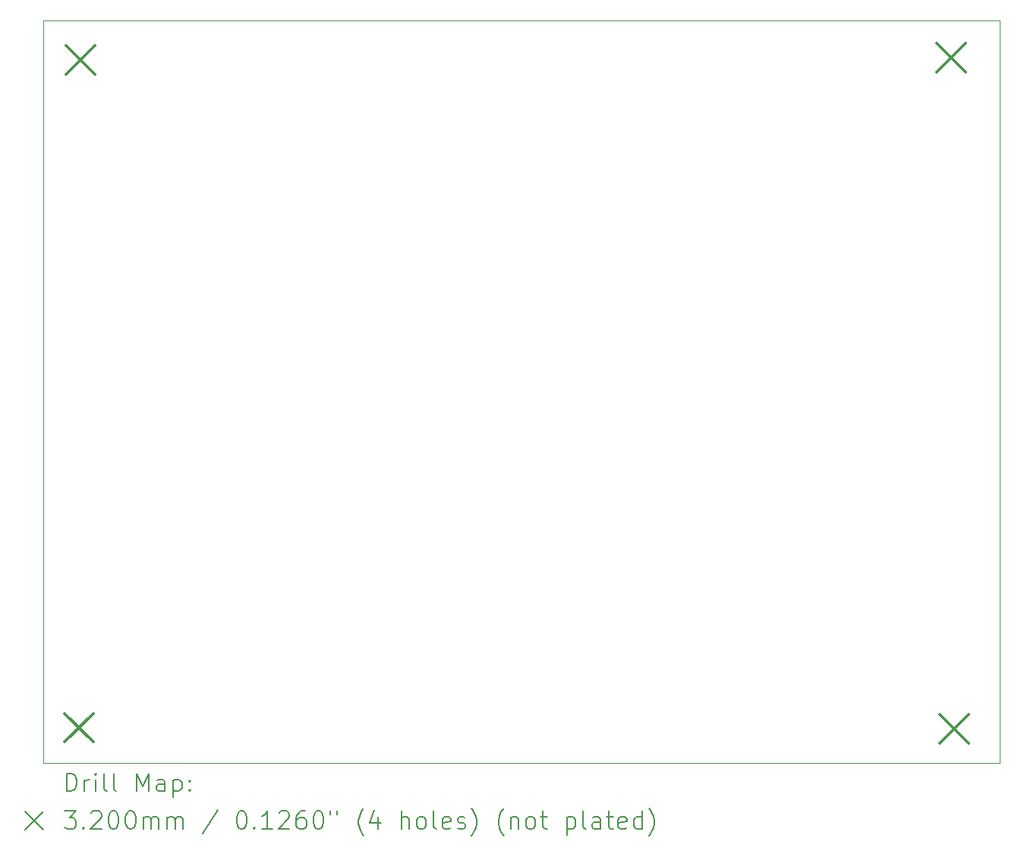
<source format=gbr>
%TF.GenerationSoftware,KiCad,Pcbnew,8.0.8*%
%TF.CreationDate,2025-01-21T20:47:09-05:00*%
%TF.ProjectId,Pit_Droid_Controller,5069745f-4472-46f6-9964-5f436f6e7472,rev?*%
%TF.SameCoordinates,Original*%
%TF.FileFunction,Drillmap*%
%TF.FilePolarity,Positive*%
%FSLAX45Y45*%
G04 Gerber Fmt 4.5, Leading zero omitted, Abs format (unit mm)*
G04 Created by KiCad (PCBNEW 8.0.8) date 2025-01-21 20:47:09*
%MOMM*%
%LPD*%
G01*
G04 APERTURE LIST*
%ADD10C,0.050000*%
%ADD11C,0.200000*%
%ADD12C,0.320000*%
G04 APERTURE END LIST*
D10*
X7366000Y-13589000D02*
X7366000Y-5295601D01*
X18034000Y-13589000D02*
X7366000Y-13589000D01*
X18034000Y-5295600D02*
X18034000Y-13589000D01*
X7366000Y-5295601D02*
X18034000Y-5295600D01*
D11*
D12*
X7604359Y-13034167D02*
X7924359Y-13354167D01*
X7924359Y-13034167D02*
X7604359Y-13354167D01*
X7616044Y-5580435D02*
X7936044Y-5900435D01*
X7936044Y-5580435D02*
X7616044Y-5900435D01*
X17331283Y-5553549D02*
X17651283Y-5873549D01*
X17651283Y-5553549D02*
X17331283Y-5873549D01*
X17366000Y-13048000D02*
X17686000Y-13368000D01*
X17686000Y-13048000D02*
X17366000Y-13368000D01*
D11*
X7624277Y-13902984D02*
X7624277Y-13702984D01*
X7624277Y-13702984D02*
X7671896Y-13702984D01*
X7671896Y-13702984D02*
X7700467Y-13712508D01*
X7700467Y-13712508D02*
X7719515Y-13731555D01*
X7719515Y-13731555D02*
X7729039Y-13750603D01*
X7729039Y-13750603D02*
X7738562Y-13788698D01*
X7738562Y-13788698D02*
X7738562Y-13817269D01*
X7738562Y-13817269D02*
X7729039Y-13855365D01*
X7729039Y-13855365D02*
X7719515Y-13874412D01*
X7719515Y-13874412D02*
X7700467Y-13893460D01*
X7700467Y-13893460D02*
X7671896Y-13902984D01*
X7671896Y-13902984D02*
X7624277Y-13902984D01*
X7824277Y-13902984D02*
X7824277Y-13769650D01*
X7824277Y-13807746D02*
X7833801Y-13788698D01*
X7833801Y-13788698D02*
X7843324Y-13779174D01*
X7843324Y-13779174D02*
X7862372Y-13769650D01*
X7862372Y-13769650D02*
X7881420Y-13769650D01*
X7948086Y-13902984D02*
X7948086Y-13769650D01*
X7948086Y-13702984D02*
X7938562Y-13712508D01*
X7938562Y-13712508D02*
X7948086Y-13722031D01*
X7948086Y-13722031D02*
X7957610Y-13712508D01*
X7957610Y-13712508D02*
X7948086Y-13702984D01*
X7948086Y-13702984D02*
X7948086Y-13722031D01*
X8071896Y-13902984D02*
X8052848Y-13893460D01*
X8052848Y-13893460D02*
X8043324Y-13874412D01*
X8043324Y-13874412D02*
X8043324Y-13702984D01*
X8176658Y-13902984D02*
X8157610Y-13893460D01*
X8157610Y-13893460D02*
X8148086Y-13874412D01*
X8148086Y-13874412D02*
X8148086Y-13702984D01*
X8405229Y-13902984D02*
X8405229Y-13702984D01*
X8405229Y-13702984D02*
X8471896Y-13845841D01*
X8471896Y-13845841D02*
X8538563Y-13702984D01*
X8538563Y-13702984D02*
X8538563Y-13902984D01*
X8719515Y-13902984D02*
X8719515Y-13798222D01*
X8719515Y-13798222D02*
X8709991Y-13779174D01*
X8709991Y-13779174D02*
X8690944Y-13769650D01*
X8690944Y-13769650D02*
X8652848Y-13769650D01*
X8652848Y-13769650D02*
X8633801Y-13779174D01*
X8719515Y-13893460D02*
X8700467Y-13902984D01*
X8700467Y-13902984D02*
X8652848Y-13902984D01*
X8652848Y-13902984D02*
X8633801Y-13893460D01*
X8633801Y-13893460D02*
X8624277Y-13874412D01*
X8624277Y-13874412D02*
X8624277Y-13855365D01*
X8624277Y-13855365D02*
X8633801Y-13836317D01*
X8633801Y-13836317D02*
X8652848Y-13826793D01*
X8652848Y-13826793D02*
X8700467Y-13826793D01*
X8700467Y-13826793D02*
X8719515Y-13817269D01*
X8814753Y-13769650D02*
X8814753Y-13969650D01*
X8814753Y-13779174D02*
X8833801Y-13769650D01*
X8833801Y-13769650D02*
X8871896Y-13769650D01*
X8871896Y-13769650D02*
X8890944Y-13779174D01*
X8890944Y-13779174D02*
X8900467Y-13788698D01*
X8900467Y-13788698D02*
X8909991Y-13807746D01*
X8909991Y-13807746D02*
X8909991Y-13864888D01*
X8909991Y-13864888D02*
X8900467Y-13883936D01*
X8900467Y-13883936D02*
X8890944Y-13893460D01*
X8890944Y-13893460D02*
X8871896Y-13902984D01*
X8871896Y-13902984D02*
X8833801Y-13902984D01*
X8833801Y-13902984D02*
X8814753Y-13893460D01*
X8995705Y-13883936D02*
X9005229Y-13893460D01*
X9005229Y-13893460D02*
X8995705Y-13902984D01*
X8995705Y-13902984D02*
X8986182Y-13893460D01*
X8986182Y-13893460D02*
X8995705Y-13883936D01*
X8995705Y-13883936D02*
X8995705Y-13902984D01*
X8995705Y-13779174D02*
X9005229Y-13788698D01*
X9005229Y-13788698D02*
X8995705Y-13798222D01*
X8995705Y-13798222D02*
X8986182Y-13788698D01*
X8986182Y-13788698D02*
X8995705Y-13779174D01*
X8995705Y-13779174D02*
X8995705Y-13798222D01*
X7163500Y-14131500D02*
X7363500Y-14331500D01*
X7363500Y-14131500D02*
X7163500Y-14331500D01*
X7605229Y-14122984D02*
X7729039Y-14122984D01*
X7729039Y-14122984D02*
X7662372Y-14199174D01*
X7662372Y-14199174D02*
X7690943Y-14199174D01*
X7690943Y-14199174D02*
X7709991Y-14208698D01*
X7709991Y-14208698D02*
X7719515Y-14218222D01*
X7719515Y-14218222D02*
X7729039Y-14237269D01*
X7729039Y-14237269D02*
X7729039Y-14284888D01*
X7729039Y-14284888D02*
X7719515Y-14303936D01*
X7719515Y-14303936D02*
X7709991Y-14313460D01*
X7709991Y-14313460D02*
X7690943Y-14322984D01*
X7690943Y-14322984D02*
X7633801Y-14322984D01*
X7633801Y-14322984D02*
X7614753Y-14313460D01*
X7614753Y-14313460D02*
X7605229Y-14303936D01*
X7814753Y-14303936D02*
X7824277Y-14313460D01*
X7824277Y-14313460D02*
X7814753Y-14322984D01*
X7814753Y-14322984D02*
X7805229Y-14313460D01*
X7805229Y-14313460D02*
X7814753Y-14303936D01*
X7814753Y-14303936D02*
X7814753Y-14322984D01*
X7900467Y-14142031D02*
X7909991Y-14132508D01*
X7909991Y-14132508D02*
X7929039Y-14122984D01*
X7929039Y-14122984D02*
X7976658Y-14122984D01*
X7976658Y-14122984D02*
X7995705Y-14132508D01*
X7995705Y-14132508D02*
X8005229Y-14142031D01*
X8005229Y-14142031D02*
X8014753Y-14161079D01*
X8014753Y-14161079D02*
X8014753Y-14180127D01*
X8014753Y-14180127D02*
X8005229Y-14208698D01*
X8005229Y-14208698D02*
X7890943Y-14322984D01*
X7890943Y-14322984D02*
X8014753Y-14322984D01*
X8138562Y-14122984D02*
X8157610Y-14122984D01*
X8157610Y-14122984D02*
X8176658Y-14132508D01*
X8176658Y-14132508D02*
X8186182Y-14142031D01*
X8186182Y-14142031D02*
X8195705Y-14161079D01*
X8195705Y-14161079D02*
X8205229Y-14199174D01*
X8205229Y-14199174D02*
X8205229Y-14246793D01*
X8205229Y-14246793D02*
X8195705Y-14284888D01*
X8195705Y-14284888D02*
X8186182Y-14303936D01*
X8186182Y-14303936D02*
X8176658Y-14313460D01*
X8176658Y-14313460D02*
X8157610Y-14322984D01*
X8157610Y-14322984D02*
X8138562Y-14322984D01*
X8138562Y-14322984D02*
X8119515Y-14313460D01*
X8119515Y-14313460D02*
X8109991Y-14303936D01*
X8109991Y-14303936D02*
X8100467Y-14284888D01*
X8100467Y-14284888D02*
X8090943Y-14246793D01*
X8090943Y-14246793D02*
X8090943Y-14199174D01*
X8090943Y-14199174D02*
X8100467Y-14161079D01*
X8100467Y-14161079D02*
X8109991Y-14142031D01*
X8109991Y-14142031D02*
X8119515Y-14132508D01*
X8119515Y-14132508D02*
X8138562Y-14122984D01*
X8329039Y-14122984D02*
X8348086Y-14122984D01*
X8348086Y-14122984D02*
X8367134Y-14132508D01*
X8367134Y-14132508D02*
X8376658Y-14142031D01*
X8376658Y-14142031D02*
X8386182Y-14161079D01*
X8386182Y-14161079D02*
X8395705Y-14199174D01*
X8395705Y-14199174D02*
X8395705Y-14246793D01*
X8395705Y-14246793D02*
X8386182Y-14284888D01*
X8386182Y-14284888D02*
X8376658Y-14303936D01*
X8376658Y-14303936D02*
X8367134Y-14313460D01*
X8367134Y-14313460D02*
X8348086Y-14322984D01*
X8348086Y-14322984D02*
X8329039Y-14322984D01*
X8329039Y-14322984D02*
X8309991Y-14313460D01*
X8309991Y-14313460D02*
X8300467Y-14303936D01*
X8300467Y-14303936D02*
X8290943Y-14284888D01*
X8290943Y-14284888D02*
X8281420Y-14246793D01*
X8281420Y-14246793D02*
X8281420Y-14199174D01*
X8281420Y-14199174D02*
X8290943Y-14161079D01*
X8290943Y-14161079D02*
X8300467Y-14142031D01*
X8300467Y-14142031D02*
X8309991Y-14132508D01*
X8309991Y-14132508D02*
X8329039Y-14122984D01*
X8481420Y-14322984D02*
X8481420Y-14189650D01*
X8481420Y-14208698D02*
X8490944Y-14199174D01*
X8490944Y-14199174D02*
X8509991Y-14189650D01*
X8509991Y-14189650D02*
X8538563Y-14189650D01*
X8538563Y-14189650D02*
X8557610Y-14199174D01*
X8557610Y-14199174D02*
X8567134Y-14218222D01*
X8567134Y-14218222D02*
X8567134Y-14322984D01*
X8567134Y-14218222D02*
X8576658Y-14199174D01*
X8576658Y-14199174D02*
X8595705Y-14189650D01*
X8595705Y-14189650D02*
X8624277Y-14189650D01*
X8624277Y-14189650D02*
X8643325Y-14199174D01*
X8643325Y-14199174D02*
X8652848Y-14218222D01*
X8652848Y-14218222D02*
X8652848Y-14322984D01*
X8748086Y-14322984D02*
X8748086Y-14189650D01*
X8748086Y-14208698D02*
X8757610Y-14199174D01*
X8757610Y-14199174D02*
X8776658Y-14189650D01*
X8776658Y-14189650D02*
X8805229Y-14189650D01*
X8805229Y-14189650D02*
X8824277Y-14199174D01*
X8824277Y-14199174D02*
X8833801Y-14218222D01*
X8833801Y-14218222D02*
X8833801Y-14322984D01*
X8833801Y-14218222D02*
X8843325Y-14199174D01*
X8843325Y-14199174D02*
X8862372Y-14189650D01*
X8862372Y-14189650D02*
X8890944Y-14189650D01*
X8890944Y-14189650D02*
X8909991Y-14199174D01*
X8909991Y-14199174D02*
X8919515Y-14218222D01*
X8919515Y-14218222D02*
X8919515Y-14322984D01*
X9309991Y-14113460D02*
X9138563Y-14370603D01*
X9567134Y-14122984D02*
X9586182Y-14122984D01*
X9586182Y-14122984D02*
X9605229Y-14132508D01*
X9605229Y-14132508D02*
X9614753Y-14142031D01*
X9614753Y-14142031D02*
X9624277Y-14161079D01*
X9624277Y-14161079D02*
X9633801Y-14199174D01*
X9633801Y-14199174D02*
X9633801Y-14246793D01*
X9633801Y-14246793D02*
X9624277Y-14284888D01*
X9624277Y-14284888D02*
X9614753Y-14303936D01*
X9614753Y-14303936D02*
X9605229Y-14313460D01*
X9605229Y-14313460D02*
X9586182Y-14322984D01*
X9586182Y-14322984D02*
X9567134Y-14322984D01*
X9567134Y-14322984D02*
X9548087Y-14313460D01*
X9548087Y-14313460D02*
X9538563Y-14303936D01*
X9538563Y-14303936D02*
X9529039Y-14284888D01*
X9529039Y-14284888D02*
X9519515Y-14246793D01*
X9519515Y-14246793D02*
X9519515Y-14199174D01*
X9519515Y-14199174D02*
X9529039Y-14161079D01*
X9529039Y-14161079D02*
X9538563Y-14142031D01*
X9538563Y-14142031D02*
X9548087Y-14132508D01*
X9548087Y-14132508D02*
X9567134Y-14122984D01*
X9719515Y-14303936D02*
X9729039Y-14313460D01*
X9729039Y-14313460D02*
X9719515Y-14322984D01*
X9719515Y-14322984D02*
X9709991Y-14313460D01*
X9709991Y-14313460D02*
X9719515Y-14303936D01*
X9719515Y-14303936D02*
X9719515Y-14322984D01*
X9919515Y-14322984D02*
X9805229Y-14322984D01*
X9862372Y-14322984D02*
X9862372Y-14122984D01*
X9862372Y-14122984D02*
X9843325Y-14151555D01*
X9843325Y-14151555D02*
X9824277Y-14170603D01*
X9824277Y-14170603D02*
X9805229Y-14180127D01*
X9995706Y-14142031D02*
X10005229Y-14132508D01*
X10005229Y-14132508D02*
X10024277Y-14122984D01*
X10024277Y-14122984D02*
X10071896Y-14122984D01*
X10071896Y-14122984D02*
X10090944Y-14132508D01*
X10090944Y-14132508D02*
X10100468Y-14142031D01*
X10100468Y-14142031D02*
X10109991Y-14161079D01*
X10109991Y-14161079D02*
X10109991Y-14180127D01*
X10109991Y-14180127D02*
X10100468Y-14208698D01*
X10100468Y-14208698D02*
X9986182Y-14322984D01*
X9986182Y-14322984D02*
X10109991Y-14322984D01*
X10281420Y-14122984D02*
X10243325Y-14122984D01*
X10243325Y-14122984D02*
X10224277Y-14132508D01*
X10224277Y-14132508D02*
X10214753Y-14142031D01*
X10214753Y-14142031D02*
X10195706Y-14170603D01*
X10195706Y-14170603D02*
X10186182Y-14208698D01*
X10186182Y-14208698D02*
X10186182Y-14284888D01*
X10186182Y-14284888D02*
X10195706Y-14303936D01*
X10195706Y-14303936D02*
X10205229Y-14313460D01*
X10205229Y-14313460D02*
X10224277Y-14322984D01*
X10224277Y-14322984D02*
X10262372Y-14322984D01*
X10262372Y-14322984D02*
X10281420Y-14313460D01*
X10281420Y-14313460D02*
X10290944Y-14303936D01*
X10290944Y-14303936D02*
X10300468Y-14284888D01*
X10300468Y-14284888D02*
X10300468Y-14237269D01*
X10300468Y-14237269D02*
X10290944Y-14218222D01*
X10290944Y-14218222D02*
X10281420Y-14208698D01*
X10281420Y-14208698D02*
X10262372Y-14199174D01*
X10262372Y-14199174D02*
X10224277Y-14199174D01*
X10224277Y-14199174D02*
X10205229Y-14208698D01*
X10205229Y-14208698D02*
X10195706Y-14218222D01*
X10195706Y-14218222D02*
X10186182Y-14237269D01*
X10424277Y-14122984D02*
X10443325Y-14122984D01*
X10443325Y-14122984D02*
X10462372Y-14132508D01*
X10462372Y-14132508D02*
X10471896Y-14142031D01*
X10471896Y-14142031D02*
X10481420Y-14161079D01*
X10481420Y-14161079D02*
X10490944Y-14199174D01*
X10490944Y-14199174D02*
X10490944Y-14246793D01*
X10490944Y-14246793D02*
X10481420Y-14284888D01*
X10481420Y-14284888D02*
X10471896Y-14303936D01*
X10471896Y-14303936D02*
X10462372Y-14313460D01*
X10462372Y-14313460D02*
X10443325Y-14322984D01*
X10443325Y-14322984D02*
X10424277Y-14322984D01*
X10424277Y-14322984D02*
X10405229Y-14313460D01*
X10405229Y-14313460D02*
X10395706Y-14303936D01*
X10395706Y-14303936D02*
X10386182Y-14284888D01*
X10386182Y-14284888D02*
X10376658Y-14246793D01*
X10376658Y-14246793D02*
X10376658Y-14199174D01*
X10376658Y-14199174D02*
X10386182Y-14161079D01*
X10386182Y-14161079D02*
X10395706Y-14142031D01*
X10395706Y-14142031D02*
X10405229Y-14132508D01*
X10405229Y-14132508D02*
X10424277Y-14122984D01*
X10567134Y-14122984D02*
X10567134Y-14161079D01*
X10643325Y-14122984D02*
X10643325Y-14161079D01*
X10938563Y-14399174D02*
X10929039Y-14389650D01*
X10929039Y-14389650D02*
X10909991Y-14361079D01*
X10909991Y-14361079D02*
X10900468Y-14342031D01*
X10900468Y-14342031D02*
X10890944Y-14313460D01*
X10890944Y-14313460D02*
X10881420Y-14265841D01*
X10881420Y-14265841D02*
X10881420Y-14227746D01*
X10881420Y-14227746D02*
X10890944Y-14180127D01*
X10890944Y-14180127D02*
X10900468Y-14151555D01*
X10900468Y-14151555D02*
X10909991Y-14132508D01*
X10909991Y-14132508D02*
X10929039Y-14103936D01*
X10929039Y-14103936D02*
X10938563Y-14094412D01*
X11100468Y-14189650D02*
X11100468Y-14322984D01*
X11052849Y-14113460D02*
X11005230Y-14256317D01*
X11005230Y-14256317D02*
X11129039Y-14256317D01*
X11357610Y-14322984D02*
X11357610Y-14122984D01*
X11443325Y-14322984D02*
X11443325Y-14218222D01*
X11443325Y-14218222D02*
X11433801Y-14199174D01*
X11433801Y-14199174D02*
X11414753Y-14189650D01*
X11414753Y-14189650D02*
X11386182Y-14189650D01*
X11386182Y-14189650D02*
X11367134Y-14199174D01*
X11367134Y-14199174D02*
X11357610Y-14208698D01*
X11567134Y-14322984D02*
X11548087Y-14313460D01*
X11548087Y-14313460D02*
X11538563Y-14303936D01*
X11538563Y-14303936D02*
X11529039Y-14284888D01*
X11529039Y-14284888D02*
X11529039Y-14227746D01*
X11529039Y-14227746D02*
X11538563Y-14208698D01*
X11538563Y-14208698D02*
X11548087Y-14199174D01*
X11548087Y-14199174D02*
X11567134Y-14189650D01*
X11567134Y-14189650D02*
X11595706Y-14189650D01*
X11595706Y-14189650D02*
X11614753Y-14199174D01*
X11614753Y-14199174D02*
X11624277Y-14208698D01*
X11624277Y-14208698D02*
X11633801Y-14227746D01*
X11633801Y-14227746D02*
X11633801Y-14284888D01*
X11633801Y-14284888D02*
X11624277Y-14303936D01*
X11624277Y-14303936D02*
X11614753Y-14313460D01*
X11614753Y-14313460D02*
X11595706Y-14322984D01*
X11595706Y-14322984D02*
X11567134Y-14322984D01*
X11748087Y-14322984D02*
X11729039Y-14313460D01*
X11729039Y-14313460D02*
X11719515Y-14294412D01*
X11719515Y-14294412D02*
X11719515Y-14122984D01*
X11900468Y-14313460D02*
X11881420Y-14322984D01*
X11881420Y-14322984D02*
X11843325Y-14322984D01*
X11843325Y-14322984D02*
X11824277Y-14313460D01*
X11824277Y-14313460D02*
X11814753Y-14294412D01*
X11814753Y-14294412D02*
X11814753Y-14218222D01*
X11814753Y-14218222D02*
X11824277Y-14199174D01*
X11824277Y-14199174D02*
X11843325Y-14189650D01*
X11843325Y-14189650D02*
X11881420Y-14189650D01*
X11881420Y-14189650D02*
X11900468Y-14199174D01*
X11900468Y-14199174D02*
X11909991Y-14218222D01*
X11909991Y-14218222D02*
X11909991Y-14237269D01*
X11909991Y-14237269D02*
X11814753Y-14256317D01*
X11986182Y-14313460D02*
X12005230Y-14322984D01*
X12005230Y-14322984D02*
X12043325Y-14322984D01*
X12043325Y-14322984D02*
X12062372Y-14313460D01*
X12062372Y-14313460D02*
X12071896Y-14294412D01*
X12071896Y-14294412D02*
X12071896Y-14284888D01*
X12071896Y-14284888D02*
X12062372Y-14265841D01*
X12062372Y-14265841D02*
X12043325Y-14256317D01*
X12043325Y-14256317D02*
X12014753Y-14256317D01*
X12014753Y-14256317D02*
X11995706Y-14246793D01*
X11995706Y-14246793D02*
X11986182Y-14227746D01*
X11986182Y-14227746D02*
X11986182Y-14218222D01*
X11986182Y-14218222D02*
X11995706Y-14199174D01*
X11995706Y-14199174D02*
X12014753Y-14189650D01*
X12014753Y-14189650D02*
X12043325Y-14189650D01*
X12043325Y-14189650D02*
X12062372Y-14199174D01*
X12138563Y-14399174D02*
X12148087Y-14389650D01*
X12148087Y-14389650D02*
X12167134Y-14361079D01*
X12167134Y-14361079D02*
X12176658Y-14342031D01*
X12176658Y-14342031D02*
X12186182Y-14313460D01*
X12186182Y-14313460D02*
X12195706Y-14265841D01*
X12195706Y-14265841D02*
X12195706Y-14227746D01*
X12195706Y-14227746D02*
X12186182Y-14180127D01*
X12186182Y-14180127D02*
X12176658Y-14151555D01*
X12176658Y-14151555D02*
X12167134Y-14132508D01*
X12167134Y-14132508D02*
X12148087Y-14103936D01*
X12148087Y-14103936D02*
X12138563Y-14094412D01*
X12500468Y-14399174D02*
X12490944Y-14389650D01*
X12490944Y-14389650D02*
X12471896Y-14361079D01*
X12471896Y-14361079D02*
X12462372Y-14342031D01*
X12462372Y-14342031D02*
X12452849Y-14313460D01*
X12452849Y-14313460D02*
X12443325Y-14265841D01*
X12443325Y-14265841D02*
X12443325Y-14227746D01*
X12443325Y-14227746D02*
X12452849Y-14180127D01*
X12452849Y-14180127D02*
X12462372Y-14151555D01*
X12462372Y-14151555D02*
X12471896Y-14132508D01*
X12471896Y-14132508D02*
X12490944Y-14103936D01*
X12490944Y-14103936D02*
X12500468Y-14094412D01*
X12576658Y-14189650D02*
X12576658Y-14322984D01*
X12576658Y-14208698D02*
X12586182Y-14199174D01*
X12586182Y-14199174D02*
X12605230Y-14189650D01*
X12605230Y-14189650D02*
X12633801Y-14189650D01*
X12633801Y-14189650D02*
X12652849Y-14199174D01*
X12652849Y-14199174D02*
X12662372Y-14218222D01*
X12662372Y-14218222D02*
X12662372Y-14322984D01*
X12786182Y-14322984D02*
X12767134Y-14313460D01*
X12767134Y-14313460D02*
X12757611Y-14303936D01*
X12757611Y-14303936D02*
X12748087Y-14284888D01*
X12748087Y-14284888D02*
X12748087Y-14227746D01*
X12748087Y-14227746D02*
X12757611Y-14208698D01*
X12757611Y-14208698D02*
X12767134Y-14199174D01*
X12767134Y-14199174D02*
X12786182Y-14189650D01*
X12786182Y-14189650D02*
X12814753Y-14189650D01*
X12814753Y-14189650D02*
X12833801Y-14199174D01*
X12833801Y-14199174D02*
X12843325Y-14208698D01*
X12843325Y-14208698D02*
X12852849Y-14227746D01*
X12852849Y-14227746D02*
X12852849Y-14284888D01*
X12852849Y-14284888D02*
X12843325Y-14303936D01*
X12843325Y-14303936D02*
X12833801Y-14313460D01*
X12833801Y-14313460D02*
X12814753Y-14322984D01*
X12814753Y-14322984D02*
X12786182Y-14322984D01*
X12909992Y-14189650D02*
X12986182Y-14189650D01*
X12938563Y-14122984D02*
X12938563Y-14294412D01*
X12938563Y-14294412D02*
X12948087Y-14313460D01*
X12948087Y-14313460D02*
X12967134Y-14322984D01*
X12967134Y-14322984D02*
X12986182Y-14322984D01*
X13205230Y-14189650D02*
X13205230Y-14389650D01*
X13205230Y-14199174D02*
X13224277Y-14189650D01*
X13224277Y-14189650D02*
X13262373Y-14189650D01*
X13262373Y-14189650D02*
X13281420Y-14199174D01*
X13281420Y-14199174D02*
X13290944Y-14208698D01*
X13290944Y-14208698D02*
X13300468Y-14227746D01*
X13300468Y-14227746D02*
X13300468Y-14284888D01*
X13300468Y-14284888D02*
X13290944Y-14303936D01*
X13290944Y-14303936D02*
X13281420Y-14313460D01*
X13281420Y-14313460D02*
X13262373Y-14322984D01*
X13262373Y-14322984D02*
X13224277Y-14322984D01*
X13224277Y-14322984D02*
X13205230Y-14313460D01*
X13414753Y-14322984D02*
X13395706Y-14313460D01*
X13395706Y-14313460D02*
X13386182Y-14294412D01*
X13386182Y-14294412D02*
X13386182Y-14122984D01*
X13576658Y-14322984D02*
X13576658Y-14218222D01*
X13576658Y-14218222D02*
X13567134Y-14199174D01*
X13567134Y-14199174D02*
X13548087Y-14189650D01*
X13548087Y-14189650D02*
X13509992Y-14189650D01*
X13509992Y-14189650D02*
X13490944Y-14199174D01*
X13576658Y-14313460D02*
X13557611Y-14322984D01*
X13557611Y-14322984D02*
X13509992Y-14322984D01*
X13509992Y-14322984D02*
X13490944Y-14313460D01*
X13490944Y-14313460D02*
X13481420Y-14294412D01*
X13481420Y-14294412D02*
X13481420Y-14275365D01*
X13481420Y-14275365D02*
X13490944Y-14256317D01*
X13490944Y-14256317D02*
X13509992Y-14246793D01*
X13509992Y-14246793D02*
X13557611Y-14246793D01*
X13557611Y-14246793D02*
X13576658Y-14237269D01*
X13643325Y-14189650D02*
X13719515Y-14189650D01*
X13671896Y-14122984D02*
X13671896Y-14294412D01*
X13671896Y-14294412D02*
X13681420Y-14313460D01*
X13681420Y-14313460D02*
X13700468Y-14322984D01*
X13700468Y-14322984D02*
X13719515Y-14322984D01*
X13862373Y-14313460D02*
X13843325Y-14322984D01*
X13843325Y-14322984D02*
X13805230Y-14322984D01*
X13805230Y-14322984D02*
X13786182Y-14313460D01*
X13786182Y-14313460D02*
X13776658Y-14294412D01*
X13776658Y-14294412D02*
X13776658Y-14218222D01*
X13776658Y-14218222D02*
X13786182Y-14199174D01*
X13786182Y-14199174D02*
X13805230Y-14189650D01*
X13805230Y-14189650D02*
X13843325Y-14189650D01*
X13843325Y-14189650D02*
X13862373Y-14199174D01*
X13862373Y-14199174D02*
X13871896Y-14218222D01*
X13871896Y-14218222D02*
X13871896Y-14237269D01*
X13871896Y-14237269D02*
X13776658Y-14256317D01*
X14043325Y-14322984D02*
X14043325Y-14122984D01*
X14043325Y-14313460D02*
X14024277Y-14322984D01*
X14024277Y-14322984D02*
X13986182Y-14322984D01*
X13986182Y-14322984D02*
X13967134Y-14313460D01*
X13967134Y-14313460D02*
X13957611Y-14303936D01*
X13957611Y-14303936D02*
X13948087Y-14284888D01*
X13948087Y-14284888D02*
X13948087Y-14227746D01*
X13948087Y-14227746D02*
X13957611Y-14208698D01*
X13957611Y-14208698D02*
X13967134Y-14199174D01*
X13967134Y-14199174D02*
X13986182Y-14189650D01*
X13986182Y-14189650D02*
X14024277Y-14189650D01*
X14024277Y-14189650D02*
X14043325Y-14199174D01*
X14119515Y-14399174D02*
X14129039Y-14389650D01*
X14129039Y-14389650D02*
X14148087Y-14361079D01*
X14148087Y-14361079D02*
X14157611Y-14342031D01*
X14157611Y-14342031D02*
X14167134Y-14313460D01*
X14167134Y-14313460D02*
X14176658Y-14265841D01*
X14176658Y-14265841D02*
X14176658Y-14227746D01*
X14176658Y-14227746D02*
X14167134Y-14180127D01*
X14167134Y-14180127D02*
X14157611Y-14151555D01*
X14157611Y-14151555D02*
X14148087Y-14132508D01*
X14148087Y-14132508D02*
X14129039Y-14103936D01*
X14129039Y-14103936D02*
X14119515Y-14094412D01*
M02*

</source>
